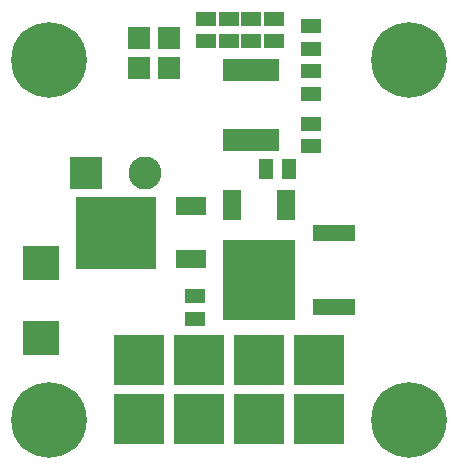
<source format=gbr>
G04 #@! TF.GenerationSoftware,KiCad,Pcbnew,(6.0.0-rc1-dev-1606-g4cd41e394)*
G04 #@! TF.CreationDate,2019-02-20T17:44:50+01:00
G04 #@! TF.ProjectId,COILSW01A,434f494c-5357-4303-9141-2e6b69636164,REV*
G04 #@! TF.SameCoordinates,Original*
G04 #@! TF.FileFunction,Soldermask,Bot*
G04 #@! TF.FilePolarity,Negative*
%FSLAX46Y46*%
G04 Gerber Fmt 4.6, Leading zero omitted, Abs format (unit mm)*
G04 Created by KiCad (PCBNEW (6.0.0-rc1-dev-1606-g4cd41e394)) date 20.02.2019 17:44:50*
%MOMM*%
%LPD*%
G04 APERTURE LIST*
%ADD10R,3.600000X1.400000*%
%ADD11R,3.100020X2.950160*%
%ADD12R,2.800000X2.800000*%
%ADD13C,2.800000*%
%ADD14R,1.797000X1.289000*%
%ADD15R,1.924000X1.924000*%
%ADD16C,6.400000*%
%ADD17R,4.210000X4.210000*%
%ADD18R,1.600000X2.600000*%
%ADD19R,6.200000X6.800000*%
%ADD20R,0.850000X1.850000*%
%ADD21R,2.600000X1.600000*%
%ADD22R,6.800000X6.200000*%
%ADD23R,1.289000X1.797000*%
G04 APERTURE END LIST*
D10*
X29210000Y14680000D03*
X29210000Y20880000D03*
D11*
X4445000Y18415000D03*
X4445000Y12065000D03*
D12*
X8255000Y26035000D03*
D13*
X13255000Y26035000D03*
D14*
X17462500Y13652500D03*
X17462500Y15557500D03*
X18415000Y39052500D03*
X18415000Y37147500D03*
X27305000Y28257500D03*
X27305000Y30162500D03*
D15*
X12700000Y37465000D03*
X12700000Y34925000D03*
X15240000Y34925000D03*
X15240000Y37465000D03*
D16*
X35560000Y5080000D03*
X35560000Y35560000D03*
X5080000Y5080000D03*
X5080000Y35560000D03*
D17*
X12700000Y10160000D03*
X12700000Y5160000D03*
X27940000Y5160000D03*
X27940000Y10160000D03*
X17780000Y5160000D03*
X17780000Y10160000D03*
X22860000Y10160000D03*
X22860000Y5160000D03*
D18*
X20580000Y23250000D03*
X25140000Y23250000D03*
D19*
X22860000Y16950000D03*
D14*
X27305000Y36512500D03*
X27305000Y38417500D03*
X20320000Y37147500D03*
X20320000Y39052500D03*
X22225000Y39052500D03*
X22225000Y37147500D03*
X24130000Y37147500D03*
X24130000Y39052500D03*
D20*
X20275000Y34700000D03*
X20925000Y34700000D03*
X21575000Y34700000D03*
X22225000Y34700000D03*
X22875000Y34700000D03*
X23525000Y34700000D03*
X24175000Y34700000D03*
X24175000Y28800000D03*
X23525000Y28800000D03*
X22875000Y28800000D03*
X22225000Y28800000D03*
X21575000Y28800000D03*
X20925000Y28800000D03*
X20275000Y28800000D03*
D21*
X17095000Y23235000D03*
X17095000Y18675000D03*
D22*
X10795000Y20955000D03*
D14*
X27305000Y32702500D03*
X27305000Y34607500D03*
D23*
X23495000Y26352500D03*
X25400000Y26352500D03*
M02*

</source>
